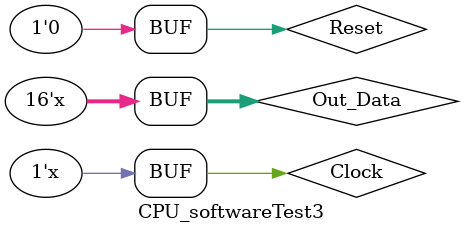
<source format=v>
`timescale 1ns / 1ps


module CPU_softwareTest3;

	// Inputs
	reg [15:0] Instruction;
	reg [15:0] Out_Data;
	reg Clock;
	reg Reset;

	// Outputs
	wire [10:0] InsAddr;
	wire Rd;
	wire Wr;
	wire [10:0] DataAddr;
	wire [15:0] In_Data;

	// Instantiate the Unit Under Test (UUT)
	CPU uut (
		.InsAddr(InsAddr), 
		.Instruction(Instruction), 
		.Rd(Rd), 
		.Wr(Wr), 
		.DataAddr(DataAddr), 
		.In_Data(In_Data), 
		.Out_Data(Out_Data), 
		.Clock(Clock), 
		.Reset(Reset)
	);

	initial begin
		// Initialize Inputs
		Instruction = 0;
		Out_Data = 0;
		Clock = 0;
		Reset = 0;

		// Wait 100 ns for global reset to finish
		#50;
		Reset = 1;
		#100
		Reset = 0;        
		// Add stimulus here
	end
      
	always
	begin
		#100 
		Clock = ~Clock;
	end
	
	/*
		Embebed software:
		A = 0
		A = A + 1
		A = A + 2
		A = A + 3
		A = A - 3
		A = A - 2
		A = A - 1
		
		Assembler code:
		LDi 0
		STO A
		ADDi 1
		STO A
		ADDi 2
		STO A
		ADDi 3
		STO A
		SUBi 3
		STO A
		SUBi 2
		STO A
		SUBi 1
		STO A
		
		Expected result:
		After the code execution A must be 0
	*/
	always @ (InsAddr)
	begin: ProgramMemory_Mock
		case (InsAddr)
			0: Instruction = 16'b0001100000000000; //LDi 0
			1: Instruction = 16'b0000100000000000; //STO 0
			2: Instruction = 16'b0010100000000001; //ADDi 1
			3: Instruction = 16'b0000100000000000; //STO 0
			4: Instruction = 16'b0010100000000010; //ADDi 2
			5: Instruction = 16'b0000100000000000; //STO 0
			6: Instruction = 16'b0010100000000011; //ADDi 3
			7: Instruction = 16'b0000100000000000; //STO 0
			8: Instruction = 16'b0011100000000011; //SUBi 3
			9: Instruction = 16'b0000100000000000; //STO 0
			10: Instruction = 16'b0011100000000010; //SUBi 2
			11: Instruction = 16'b0000100000000000; //STO 0
			12: Instruction = 16'b0011100000000001; //SUBi 1
			13: Instruction = 16'b0000100000000000; //STO 0
		endcase
	end
	
	reg [15:0]DataMemory[1:0];
	
	always @ (DataAddr or Rd or Wr or Reset)
	begin: DataMemory_Mock
		if (Reset)
		begin
			DataMemory[0] = 0;
			DataMemory[1] = 0;
		end
		else if (Rd)
			Out_Data = DataMemory[DataAddr];
		else if (Wr)
			DataMemory[DataAddr] = In_Data;
	end
      
endmodule


</source>
